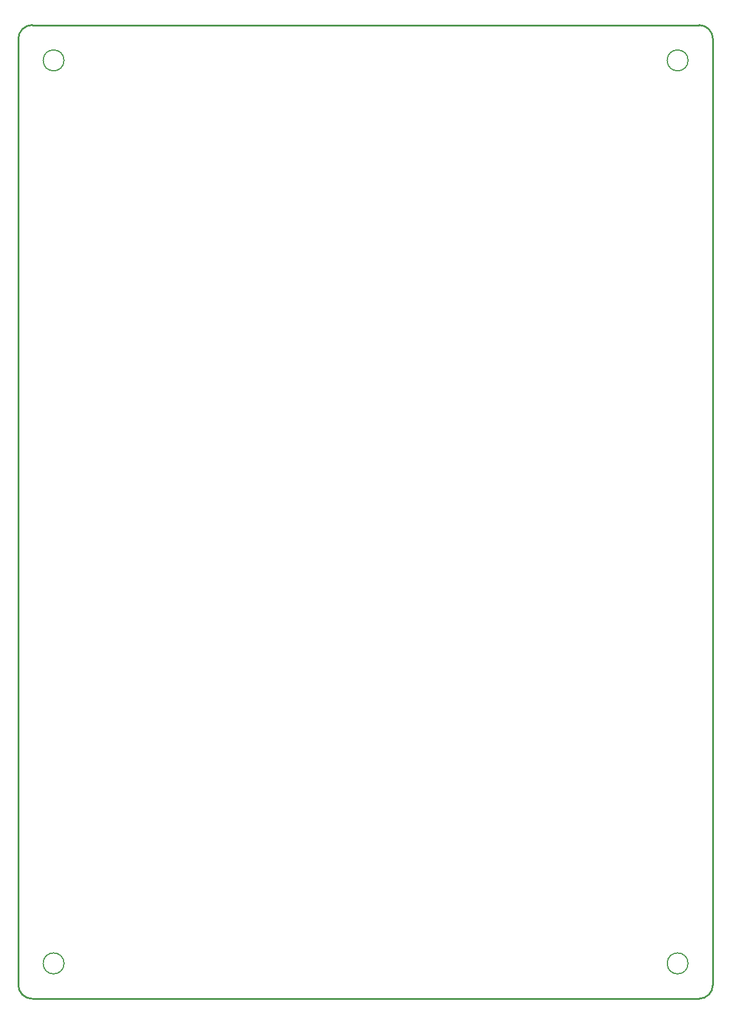
<source format=gko>
%FSLAX25Y25*%
%MOIN*%
G70*
G01*
G75*
G04 Layer_Color=16711935*
%ADD10R,0.10000X0.06000*%
%ADD11R,0.05500X0.04000*%
%ADD12R,0.05315X0.02756*%
%ADD13R,0.07087X0.02756*%
G04:AMPARAMS|DCode=14|XSize=74.8mil|YSize=129.92mil|CornerRadius=0mil|HoleSize=0mil|Usage=FLASHONLY|Rotation=90.000|XOffset=0mil|YOffset=0mil|HoleType=Round|Shape=Octagon|*
%AMOCTAGOND14*
4,1,8,-0.06496,-0.01870,-0.06496,0.01870,-0.04626,0.03740,0.04626,0.03740,0.06496,0.01870,0.06496,-0.01870,0.04626,-0.03740,-0.04626,-0.03740,-0.06496,-0.01870,0.0*
%
%ADD14OCTAGOND14*%

%ADD15R,0.03500X0.03000*%
%ADD16R,0.03000X0.03500*%
%ADD17R,0.04000X0.05500*%
%ADD18R,0.01000X0.06000*%
%ADD19R,0.06000X0.01000*%
%ADD20R,0.06000X0.01000*%
%ADD21R,0.01000X0.06000*%
%ADD22R,0.06000X0.01000*%
%ADD23R,0.01000X0.06000*%
%ADD24R,0.06000X0.01000*%
%ADD25R,0.01000X0.06000*%
%ADD26R,0.01000X0.06000*%
%ADD27R,0.06000X0.01000*%
%ADD28R,0.06000X0.01000*%
%ADD29R,0.01000X0.06000*%
%ADD30R,0.07480X0.04331*%
%ADD31R,0.07480X0.04331*%
G04:AMPARAMS|DCode=32|XSize=62.99mil|YSize=49.21mil|CornerRadius=0mil|HoleSize=0mil|Usage=FLASHONLY|Rotation=90.003|XOffset=0mil|YOffset=0mil|HoleType=Round|Shape=Rectangle|*
%AMROTATEDRECTD32*
4,1,4,0.02461,-0.03150,-0.02461,-0.03150,-0.02461,0.03150,0.02461,0.03150,0.02461,-0.03150,0.0*
%
%ADD32ROTATEDRECTD32*%

G04:AMPARAMS|DCode=33|XSize=62.99mil|YSize=49.21mil|CornerRadius=0mil|HoleSize=0mil|Usage=FLASHONLY|Rotation=90.003|XOffset=0mil|YOffset=0mil|HoleType=Round|Shape=Rectangle|*
%AMROTATEDRECTD33*
4,1,4,0.02461,-0.03150,-0.02461,-0.03150,-0.02461,0.03150,0.02461,0.03150,0.02461,-0.03150,0.0*
%
%ADD33ROTATEDRECTD33*%

G04:AMPARAMS|DCode=34|XSize=62.99mil|YSize=49.21mil|CornerRadius=0mil|HoleSize=0mil|Usage=FLASHONLY|Rotation=90.003|XOffset=0mil|YOffset=0mil|HoleType=Round|Shape=Rectangle|*
%AMROTATEDRECTD34*
4,1,4,0.02461,-0.03150,-0.02461,-0.03150,-0.02461,0.03150,0.02461,0.03150,0.02461,-0.03150,0.0*
%
%ADD34ROTATEDRECTD34*%

%ADD35R,0.02362X0.07284*%
%ADD36R,0.01496X0.07874*%
%ADD37R,0.01496X0.07874*%
%ADD38R,0.04724X0.02362*%
%ADD39R,0.07201X0.07874*%
%ADD40R,0.05000X0.05000*%
%ADD41R,0.05315X0.01575*%
%ADD42R,0.07087X0.05906*%
%ADD43R,0.05000X0.05000*%
%ADD44R,0.10000X0.07500*%
%ADD45R,0.13780X0.13780*%
%ADD46C,0.31496*%
%ADD47C,0.01500*%
%ADD48C,0.01000*%
%ADD49C,0.02000*%
%ADD50C,0.03000*%
%ADD51C,0.01200*%
%ADD52C,0.05906*%
%ADD53O,0.16535X0.07874*%
%ADD54O,0.15748X0.07874*%
%ADD55O,0.07874X0.15748*%
%ADD56C,0.06654*%
%ADD57R,0.06654X0.06654*%
%ADD58C,0.18740*%
%ADD59C,0.09449*%
%ADD60R,0.09449X0.09449*%
%ADD61R,0.05906X0.05906*%
%ADD62R,0.05906X0.05906*%
%ADD63C,0.06000*%
%ADD64C,0.06200*%
%ADD65R,0.06000X0.06000*%
%ADD66O,0.09055X0.05512*%
%ADD67C,0.05118*%
%ADD68C,0.02000*%
%ADD69C,0.03000*%
%ADD70R,0.11000X0.06000*%
%ADD71R,0.06000X0.11000*%
%ADD72R,0.01700X0.07100*%
%ADD73R,0.05000X0.08700*%
%ADD74R,0.05000X0.04000*%
%ADD75R,0.05000X0.03598*%
%ADD76C,0.10000*%
%ADD77C,0.00787*%
%ADD78C,0.00100*%
%ADD79C,0.00800*%
%ADD80C,0.01969*%
%ADD81C,0.01600*%
%ADD82C,0.00900*%
%ADD83C,0.00591*%
%ADD84C,0.00600*%
%ADD85R,0.05000X0.00400*%
%ADD86R,0.00400X0.05000*%
%ADD87R,0.10800X0.06800*%
%ADD88R,0.06300X0.04800*%
%ADD89R,0.06115X0.03556*%
%ADD90R,0.07887X0.03556*%
G04:AMPARAMS|DCode=91|XSize=82.8mil|YSize=137.92mil|CornerRadius=0mil|HoleSize=0mil|Usage=FLASHONLY|Rotation=90.000|XOffset=0mil|YOffset=0mil|HoleType=Round|Shape=Octagon|*
%AMOCTAGOND91*
4,1,8,-0.06896,-0.02070,-0.06896,0.02070,-0.04826,0.04140,0.04826,0.04140,0.06896,0.02070,0.06896,-0.02070,0.04826,-0.04140,-0.04826,-0.04140,-0.06896,-0.02070,0.0*
%
%ADD91OCTAGOND91*%

%ADD92R,0.04300X0.03800*%
%ADD93R,0.03800X0.04300*%
%ADD94R,0.04800X0.06300*%
%ADD95R,0.01800X0.06800*%
%ADD96R,0.06800X0.01800*%
%ADD97R,0.06800X0.01800*%
%ADD98R,0.01800X0.06800*%
%ADD99R,0.06800X0.01800*%
%ADD100R,0.01800X0.06800*%
%ADD101R,0.06800X0.01800*%
%ADD102R,0.01800X0.06800*%
%ADD103R,0.01800X0.06800*%
%ADD104R,0.06800X0.01800*%
%ADD105R,0.06800X0.01800*%
%ADD106R,0.01800X0.06800*%
%ADD107R,0.08280X0.05131*%
%ADD108R,0.08280X0.05131*%
G04:AMPARAMS|DCode=109|XSize=70.99mil|YSize=57.21mil|CornerRadius=0mil|HoleSize=0mil|Usage=FLASHONLY|Rotation=90.003|XOffset=0mil|YOffset=0mil|HoleType=Round|Shape=Rectangle|*
%AMROTATEDRECTD109*
4,1,4,0.02861,-0.03550,-0.02861,-0.03550,-0.02861,0.03550,0.02861,0.03550,0.02861,-0.03550,0.0*
%
%ADD109ROTATEDRECTD109*%

G04:AMPARAMS|DCode=110|XSize=70.99mil|YSize=57.21mil|CornerRadius=0mil|HoleSize=0mil|Usage=FLASHONLY|Rotation=90.003|XOffset=0mil|YOffset=0mil|HoleType=Round|Shape=Rectangle|*
%AMROTATEDRECTD110*
4,1,4,0.02861,-0.03550,-0.02861,-0.03550,-0.02861,0.03550,0.02861,0.03550,0.02861,-0.03550,0.0*
%
%ADD110ROTATEDRECTD110*%

G04:AMPARAMS|DCode=111|XSize=70.99mil|YSize=57.21mil|CornerRadius=0mil|HoleSize=0mil|Usage=FLASHONLY|Rotation=90.003|XOffset=0mil|YOffset=0mil|HoleType=Round|Shape=Rectangle|*
%AMROTATEDRECTD111*
4,1,4,0.02861,-0.03550,-0.02861,-0.03550,-0.02861,0.03550,0.02861,0.03550,0.02861,-0.03550,0.0*
%
%ADD111ROTATEDRECTD111*%

%ADD112R,0.03162X0.08083*%
%ADD113R,0.02296X0.08674*%
%ADD114R,0.02296X0.08674*%
%ADD115R,0.05524X0.03162*%
%ADD116R,0.08001X0.08674*%
%ADD117R,0.05800X0.05800*%
%ADD118R,0.06115X0.02375*%
%ADD119R,0.07887X0.06706*%
%ADD120R,0.05800X0.05800*%
%ADD121R,0.10800X0.08300*%
%ADD122R,0.14579X0.14579*%
%ADD123C,0.32296*%
%ADD124C,0.06706*%
%ADD125O,0.17335X0.08674*%
%ADD126O,0.16548X0.08674*%
%ADD127O,0.08674X0.16548*%
%ADD128C,0.07453*%
%ADD129R,0.07453X0.07453*%
%ADD130C,0.19540*%
%ADD131C,0.10249*%
%ADD132R,0.10249X0.10249*%
%ADD133R,0.06706X0.06706*%
%ADD134R,0.06706X0.06706*%
%ADD135C,0.06800*%
%ADD136C,0.07000*%
%ADD137R,0.06800X0.06800*%
%ADD138O,0.09855X0.06312*%
%ADD139C,0.05918*%
%ADD140R,0.11800X0.06800*%
%ADD141R,0.06800X0.11800*%
%ADD142R,0.02500X0.07900*%
%ADD143R,0.05800X0.09500*%
%ADD144R,0.05800X0.04800*%
%ADD145R,0.05800X0.04398*%
%ADD146C,0.02500*%
D48*
X385827Y-551181D02*
G03*
X393701Y-543307I-0J7874D01*
G01*
Y-7874D02*
G03*
X385827Y0I-7874J0D01*
G01*
X7874D02*
G03*
X0Y-7874I0J-7874D01*
G01*
Y-543307D02*
G03*
X7874Y-551181I7874J0D01*
G01*
X7874D02*
X385827D01*
X393701Y-543307D02*
Y-7874D01*
X7874Y0D02*
X385827D01*
X0Y-543307D02*
Y-7874D01*
D84*
X379606Y-531181D02*
G03*
X379606Y-531181I-5906J0D01*
G01*
X379606Y-20000D02*
G03*
X379606Y-20000I-5906J0D01*
G01*
X25905Y-531181D02*
G03*
X25905Y-531181I-5906J0D01*
G01*
Y-20000D02*
G03*
X25905Y-20000I-5906J0D01*
G01*
M02*

</source>
